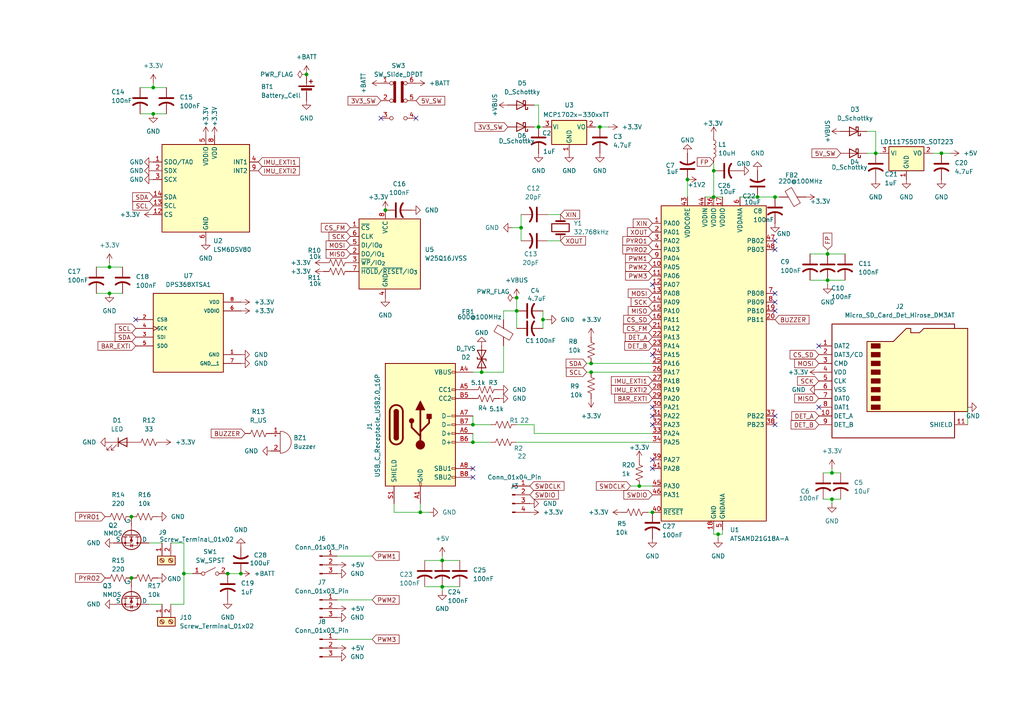
<source format=kicad_sch>
(kicad_sch (version 20250114) (generator "eeschema") (generator_version "9.0")
  (paper "A4")
  (junction (at 69.85 166.37))
  (junction (at 207.01 57.15))
  (junction (at 53.34 166.37))
  (junction (at 66.04 166.37))
  (junction (at 149.86 90.17))
  (junction (at 157.48 92.71))
  (junction (at 31.75 77.47))
  (junction (at 137.16 123.19))
  (junction (at 156.21 36.83))
  (junction (at 207.01 49.53))
  (junction (at 38.1 149.86))
  (junction (at 189.23 148.59))
  (junction (at 224.79 57.15))
  (junction (at 151.13 66.04))
  (junction (at 185.42 140.97))
  (junction (at 44.45 25.4))
  (junction (at 240.03 81.28))
  (junction (at 128.27 162.56))
  (junction (at 241.3 144.78))
  (junction (at 208.28 154.94))
  (junction (at 38.1 167.64))
  (junction (at 31.75 85.09))
  (junction (at 254 44.45))
  (junction (at 273.05 44.45))
  (junction (at 44.45 33.02))
  (junction (at 149.86 86.36))
  (junction (at 199.39 52.07))
  (junction (at 88.9 21.59))
  (junction (at 241.3 137.16))
  (junction (at 111.76 60.96))
  (junction (at 219.71 57.15))
  (junction (at 121.92 148.59))
  (junction (at 171.45 105.41))
  (junction (at 171.45 107.95))
  (junction (at 240.03 73.66))
  (junction (at 139.7 107.95))
  (junction (at 173.99 36.83))
  (junction (at 128.27 170.18))
  (junction (at 137.16 128.27))
  (no_connect (at 237.49 100.33))
  (no_connect (at 189.23 135.89))
  (no_connect (at 39.37 92.71))
  (no_connect (at 224.79 85.09))
  (no_connect (at 189.23 133.35))
  (no_connect (at 137.16 138.43))
  (no_connect (at 224.79 69.85))
  (no_connect (at 189.23 102.87))
  (no_connect (at 224.79 90.17))
  (no_connect (at 224.79 87.63))
  (no_connect (at 189.23 120.65))
  (no_connect (at 189.23 123.19))
  (no_connect (at 189.23 82.55))
  (no_connect (at 120.65 34.29))
  (no_connect (at 224.79 123.19))
  (no_connect (at 224.79 120.65))
  (no_connect (at 237.49 118.11))
  (no_connect (at 110.49 34.29))
  (no_connect (at 189.23 118.11))
  (no_connect (at 137.16 135.89))
  (no_connect (at 224.79 72.39))
  (wire (pts (xy 146.05 90.17) (xy 149.86 90.17)))
  (wire (pts (xy 157.48 92.71) (xy 158.75 92.71)))
  (wire (pts (xy 207.01 46.99) (xy 207.01 49.53)))
  (wire (pts (xy 97.79 161.29) (xy 107.95 161.29)))
  (wire (pts (xy 27.94 77.47) (xy 31.75 77.47)))
  (wire (pts (xy 254 38.1) (xy 254 44.45)))
  (wire (pts (xy 208.28 154.94) (xy 208.28 156.21)))
  (wire (pts (xy 158.75 69.85) (xy 162.56 69.85)))
  (wire (pts (xy 173.99 36.83) (xy 176.53 36.83)))
  (wire (pts (xy 121.92 148.59) (xy 124.46 148.59)))
  (wire (pts (xy 146.05 90.17) (xy 146.05 92.71)))
  (wire (pts (xy 43.18 157.48) (xy 46.99 157.48)))
  (wire (pts (xy 280.67 123.19) (xy 280.67 118.11)))
  (wire (pts (xy 114.3 148.59) (xy 121.92 148.59)))
  (wire (pts (xy 234.95 73.66) (xy 240.03 73.66)))
  (wire (pts (xy 241.3 144.78) (xy 243.84 144.78)))
  (wire (pts (xy 171.45 105.41) (xy 189.23 105.41)))
  (wire (pts (xy 241.3 144.78) (xy 241.3 146.05)))
  (wire (pts (xy 151.13 69.85) (xy 151.13 66.04)))
  (wire (pts (xy 154.94 125.73) (xy 189.23 125.73)))
  (wire (pts (xy 243.84 137.16) (xy 241.3 137.16)))
  (wire (pts (xy 128.27 161.29) (xy 128.27 162.56)))
  (wire (pts (xy 44.45 24.13) (xy 44.45 25.4)))
  (wire (pts (xy 207.01 57.15) (xy 209.55 57.15)))
  (wire (pts (xy 69.85 166.37) (xy 66.04 166.37)))
  (wire (pts (xy 149.86 86.36) (xy 149.86 90.17)))
  (wire (pts (xy 149.86 128.27) (xy 189.23 128.27)))
  (wire (pts (xy 146.05 107.95) (xy 139.7 107.95)))
  (wire (pts (xy 171.45 107.95) (xy 189.23 107.95)))
  (wire (pts (xy 149.86 123.19) (xy 154.94 123.19)))
  (wire (pts (xy 40.64 33.02) (xy 44.45 33.02)))
  (wire (pts (xy 273.05 44.45) (xy 275.59 44.45)))
  (wire (pts (xy 207.01 153.67) (xy 207.01 154.94)))
  (wire (pts (xy 156.21 30.48) (xy 156.21 36.83)))
  (wire (pts (xy 128.27 170.18) (xy 128.27 171.45)))
  (wire (pts (xy 157.48 92.71) (xy 157.48 95.25)))
  (wire (pts (xy 40.64 25.4) (xy 44.45 25.4)))
  (wire (pts (xy 234.95 81.28) (xy 240.03 81.28)))
  (wire (pts (xy 154.94 36.83) (xy 156.21 36.83)))
  (wire (pts (xy 123.19 170.18) (xy 128.27 170.18)))
  (wire (pts (xy 128.27 162.56) (xy 133.35 162.56)))
  (wire (pts (xy 170.18 107.95) (xy 171.45 107.95)))
  (wire (pts (xy 97.79 173.99) (xy 107.95 173.99)))
  (wire (pts (xy 240.03 81.28) (xy 240.03 82.55)))
  (wire (pts (xy 44.45 33.02) (xy 48.26 33.02)))
  (wire (pts (xy 214.63 57.15) (xy 219.71 57.15)))
  (wire (pts (xy 121.92 146.05) (xy 121.92 148.59)))
  (wire (pts (xy 31.75 76.2) (xy 31.75 77.47)))
  (wire (pts (xy 240.03 81.28) (xy 245.11 81.28)))
  (wire (pts (xy 238.76 144.78) (xy 241.3 144.78)))
  (wire (pts (xy 53.34 166.37) (xy 55.88 166.37)))
  (wire (pts (xy 172.72 36.83) (xy 173.99 36.83)))
  (wire (pts (xy 49.53 157.48) (xy 53.34 157.48)))
  (wire (pts (xy 238.76 137.16) (xy 241.3 137.16)))
  (wire (pts (xy 204.47 57.15) (xy 207.01 57.15)))
  (wire (pts (xy 240.03 72.39) (xy 240.03 73.66)))
  (wire (pts (xy 31.75 77.47) (xy 35.56 77.47)))
  (wire (pts (xy 44.45 25.4) (xy 48.26 25.4)))
  (wire (pts (xy 209.55 154.94) (xy 208.28 154.94)))
  (wire (pts (xy 151.13 62.23) (xy 151.13 66.04)))
  (wire (pts (xy 207.01 154.94) (xy 208.28 154.94)))
  (wire (pts (xy 53.34 175.26) (xy 53.34 166.37)))
  (wire (pts (xy 240.03 73.66) (xy 245.11 73.66)))
  (wire (pts (xy 137.16 123.19) (xy 142.24 123.19)))
  (wire (pts (xy 149.86 90.17) (xy 149.86 95.25)))
  (wire (pts (xy 43.18 175.26) (xy 46.99 175.26)))
  (wire (pts (xy 251.46 38.1) (xy 254 38.1)))
  (wire (pts (xy 187.96 148.59) (xy 189.23 148.59)))
  (wire (pts (xy 270.51 44.45) (xy 273.05 44.45)))
  (wire (pts (xy 170.18 105.41) (xy 171.45 105.41)))
  (wire (pts (xy 139.7 107.95) (xy 137.16 107.95)))
  (wire (pts (xy 146.05 100.33) (xy 146.05 107.95)))
  (wire (pts (xy 157.48 90.17) (xy 157.48 92.71)))
  (wire (pts (xy 241.3 137.16) (xy 241.3 135.89)))
  (wire (pts (xy 156.21 36.83) (xy 157.48 36.83)))
  (wire (pts (xy 254 44.45) (xy 255.27 44.45)))
  (wire (pts (xy 114.3 148.59) (xy 114.3 146.05)))
  (wire (pts (xy 199.39 52.07) (xy 199.39 57.15)))
  (wire (pts (xy 107.95 185.42) (xy 97.79 185.42)))
  (wire (pts (xy 182.88 140.97) (xy 185.42 140.97)))
  (wire (pts (xy 137.16 125.73) (xy 137.16 128.27)))
  (wire (pts (xy 27.94 85.09) (xy 31.75 85.09)))
  (wire (pts (xy 31.75 85.09) (xy 35.56 85.09)))
  (wire (pts (xy 156.21 30.48) (xy 154.94 30.48)))
  (wire (pts (xy 224.79 57.15) (xy 226.06 57.15)))
  (wire (pts (xy 53.34 166.37) (xy 53.34 157.48)))
  (wire (pts (xy 185.42 140.97) (xy 189.23 140.97)))
  (wire (pts (xy 151.13 66.04) (xy 148.59 66.04)))
  (wire (pts (xy 209.55 153.67) (xy 209.55 154.94)))
  (wire (pts (xy 158.75 62.23) (xy 162.56 62.23)))
  (wire (pts (xy 137.16 128.27) (xy 142.24 128.27)))
  (wire (pts (xy 154.94 123.19) (xy 154.94 125.73)))
  (wire (pts (xy 251.46 44.45) (xy 254 44.45)))
  (wire (pts (xy 123.19 162.56) (xy 128.27 162.56)))
  (wire (pts (xy 207.01 49.53) (xy 207.01 57.15)))
  (wire (pts (xy 137.16 123.19) (xy 137.16 120.65)))
  (wire (pts (xy 219.71 57.15) (xy 224.79 57.15)))
  (wire (pts (xy 128.27 170.18) (xy 133.35 170.18)))
  (wire (pts (xy 49.53 175.26) (xy 53.34 175.26)))
  (global_label "SDA" (shape input) (at 39.37 97.79 180) (property "Intersheetrefs" "${INTERSHEET_REFS}" (effects (hide yes))))
  (global_label "MOSI" (shape input) (at 189.23 85.09 180) (property "Intersheetrefs" "${INTERSHEET_REFS}" (effects (hide yes))))
  (global_label "IMU_EXTI2" (shape input) (at 189.23 113.03 180) (property "Intersheetrefs" "${INTERSHEET_REFS}" (effects (hide yes))))
  (global_label "SWDIO" (shape input) (at 153.67 143.51 0) (property "Intersheetrefs" "${INTERSHEET_REFS}" (effects (hide yes))))
  (global_label "PWM3" (shape input) (at 189.23 80.01 180) (property "Intersheetrefs" "${INTERSHEET_REFS}" (effects (hide yes))))
  (global_label "CS_SD" (shape input) (at 237.49 102.87 180) (property "Intersheetrefs" "${INTERSHEET_REFS}" (effects (hide yes))))
  (global_label "MOSI" (shape input) (at 237.49 105.41 180) (property "Intersheetrefs" "${INTERSHEET_REFS}" (effects (hide yes))))
  (global_label "IMU_EXTI1" (shape input) (at 74.93 46.99 0) (property "Intersheetrefs" "${INTERSHEET_REFS}" (effects (hide yes))))
  (global_label "CS_FM" (shape input) (at 101.6 66.04 180) (property "Intersheetrefs" "${INTERSHEET_REFS}" (effects (hide yes))))
  (global_label "XIN" (shape input) (at 162.56 62.23 0) (property "Intersheetrefs" "${INTERSHEET_REFS}" (effects (hide yes))))
  (global_label "CS_SD" (shape input) (at 189.23 92.71 180) (property "Intersheetrefs" "${INTERSHEET_REFS}" (effects (hide yes))))
  (global_label "SCL" (shape input) (at 39.37 95.25 180) (property "Intersheetrefs" "${INTERSHEET_REFS}" (effects (hide yes))))
  (global_label "SDA" (shape input) (at 170.18 105.41 180) (property "Intersheetrefs" "${INTERSHEET_REFS}" (effects (hide yes))))
  (global_label "PYRO2" (shape input) (at 189.23 72.39 180) (property "Intersheetrefs" "${INTERSHEET_REFS}" (effects (hide yes))))
  (global_label "PWM1" (shape input) (at 189.23 74.93 180) (property "Intersheetrefs" "${INTERSHEET_REFS}" (effects (hide yes))))
  (global_label "PWM3" (shape input) (at 107.95 185.42 0) (property "Intersheetrefs" "${INTERSHEET_REFS}" (effects (hide yes))))
  (global_label "PYRO1" (shape input) (at 30.48 149.86 180) (property "Intersheetrefs" "${INTERSHEET_REFS}" (effects (hide yes))))
  (global_label "PYRO2" (shape input) (at 30.48 167.64 180) (property "Intersheetrefs" "${INTERSHEET_REFS}" (effects (hide yes))))
  (global_label "MISO" (shape input) (at 101.6 73.66 180) (property "Intersheetrefs" "${INTERSHEET_REFS}" (effects (hide yes))))
  (global_label "SCK" (shape input) (at 101.6 68.58 180) (property "Intersheetrefs" "${INTERSHEET_REFS}" (effects (hide yes))))
  (global_label "5V_SW" (shape input) (at 120.65 29.21 0) (property "Intersheetrefs" "${INTERSHEET_REFS}" (effects (hide yes))))
  (global_label "IMU_EXTI2" (shape input) (at 74.93 49.53 0) (property "Intersheetrefs" "${INTERSHEET_REFS}" (effects (hide yes))))
  (global_label "XIN" (shape input) (at 189.23 64.77 180) (property "Intersheetrefs" "${INTERSHEET_REFS}" (effects (hide yes))))
  (global_label "MOSI" (shape input) (at 101.6 71.12 180) (property "Intersheetrefs" "${INTERSHEET_REFS}" (effects (hide yes))))
  (global_label "IMU_EXTI1" (shape input) (at 189.23 110.49 180) (property "Intersheetrefs" "${INTERSHEET_REFS}" (effects (hide yes))))
  (global_label "SCK" (shape input) (at 237.49 110.49 180) (property "Intersheetrefs" "${INTERSHEET_REFS}" (effects (hide yes))))
  (global_label "FP" (shape input) (at 207.01 46.99 180) (property "Intersheetrefs" "${INTERSHEET_REFS}" (effects (hide yes))))
  (global_label "BAR_EXTI" (shape input) (at 39.37 100.33 180) (property "Intersheetrefs" "${INTERSHEET_REFS}" (effects (hide yes))))
  (global_label "FP" (shape input) (at 240.03 72.39 90) (property "Intersheetrefs" "${INTERSHEET_REFS}" (effects (hide yes))))
  (global_label "SWDCLK" (shape input) (at 153.67 140.97 0) (property "Intersheetrefs" "${INTERSHEET_REFS}" (effects (hide yes))))
  (global_label "XOUT" (shape input) (at 189.23 67.31 180) (property "Intersheetrefs" "${INTERSHEET_REFS}" (effects (hide yes))))
  (global_label "DET_B" (shape input) (at 237.49 123.19 180) (property "Intersheetrefs" "${INTERSHEET_REFS}" (effects (hide yes))))
  (global_label "BUZZER" (shape input) (at 224.79 92.71 0) (property "Intersheetrefs" "${INTERSHEET_REFS}" (effects (hide yes))))
  (global_label "PWM1" (shape input) (at 107.95 161.29 0) (property "Intersheetrefs" "${INTERSHEET_REFS}" (effects (hide yes))))
  (global_label "SDA" (shape input) (at 44.45 57.15 180) (property "Intersheetrefs" "${INTERSHEET_REFS}" (effects (hide yes))))
  (global_label "DET_A" (shape input) (at 189.23 97.79 180) (property "Intersheetrefs" "${INTERSHEET_REFS}" (effects (hide yes))))
  (global_label "BAR_EXTI" (shape input) (at 189.23 115.57 180) (property "Intersheetrefs" "${INTERSHEET_REFS}" (effects (hide yes))))
  (global_label "SWDIO" (shape input) (at 189.23 143.51 180) (property "Intersheetrefs" "${INTERSHEET_REFS}" (effects (hide yes))))
  (global_label "3V3_SW" (shape input) (at 147.32 36.83 180) (property "Intersheetrefs" "${INTERSHEET_REFS}" (effects (hide yes))))
  (global_label "SCL" (shape input) (at 44.45 59.69 180) (property "Intersheetrefs" "${INTERSHEET_REFS}" (effects (hide yes))))
  (global_label "DET_A" (shape input) (at 237.49 120.65 180) (property "Intersheetrefs" "${INTERSHEET_REFS}" (effects (hide yes))))
  (global_label "PYRO1" (shape input) (at 189.23 69.85 180) (property "Intersheetrefs" "${INTERSHEET_REFS}" (effects (hide yes))))
  (global_label "SCK" (shape input) (at 189.23 87.63 180) (property "Intersheetrefs" "${INTERSHEET_REFS}" (effects (hide yes))))
  (global_label "5V_SW" (shape input) (at 243.84 44.45 180) (property "Intersheetrefs" "${INTERSHEET_REFS}" (effects (hide yes))))
  (global_label "CS_FM" (shape input) (at 189.23 95.25 180) (property "Intersheetrefs" "${INTERSHEET_REFS}" (effects (hide yes))))
  (global_label "MISO" (shape input) (at 237.49 115.57 180) (property "Intersheetrefs" "${INTERSHEET_REFS}" (effects (hide yes))))
  (global_label "PWM2" (shape input) (at 107.95 173.99 0) (property "Intersheetrefs" "${INTERSHEET_REFS}" (effects (hide yes))))
  (global_label "3V3_SW" (shape input) (at 110.49 29.21 180) (property "Intersheetrefs" "${INTERSHEET_REFS}" (effects (hide yes))))
  (global_label "BUZZER" (shape input) (at 71.12 125.73 180) (property "Intersheetrefs" "${INTERSHEET_REFS}" (effects (hide yes))))
  (global_label "XOUT" (shape input) (at 162.56 69.85 0) (property "Intersheetrefs" "${INTERSHEET_REFS}" (effects (hide yes))))
  (global_label "PWM2" (shape input) (at 189.23 77.47 180) (property "Intersheetrefs" "${INTERSHEET_REFS}" (effects (hide yes))))
  (global_label "DET_B" (shape input) (at 189.23 100.33 180) (property "Intersheetrefs" "${INTERSHEET_REFS}" (effects (hide yes))))
  (global_label "SWDCLK" (shape input) (at 182.88 140.97 180) (property "Intersheetrefs" "${INTERSHEET_REFS}" (effects (hide yes))))
  (global_label "MISO" (shape input) (at 189.23 90.17 180) (property "Intersheetrefs" "${INTERSHEET_REFS}" (effects (hide yes))))
  (global_label "SCL" (shape input) (at 170.18 107.95 180) (property "Intersheetrefs" "${INTERSHEET_REFS}" (effects (hide yes))))
  (symbol (lib_id "power:+5V") (at 149.86 86.36 0) (unit 1)
    (property "Reference" "#PWR06" (effects (hide yes)))
    (property "Value" "+VBUS" (at 149.86 81.28 0))
    (property "Description" "Power symbol creates a global label with name \"+5V\"" (effects (hide yes)))
  )
  (symbol (lib_id "Device:D_Schottky") (at 247.65 44.45 180) (unit 1)
    (property "Reference" "D4" (at 247.904 46.99 0))
    (property "Value" "D_Schottky" (at 246.38 48.514 0))
    (property "Footprint" "Diode_SMD:D_SOD-123" (effects (hide yes)))
    (property "Description" "Schottky diode" (effects (hide yes)))
  )
  (symbol (lib_id "power:GND") (at 262.89 52.07 0) (unit 1)
    (property "Reference" "#PWR063" (effects (hide yes)))
    (property "Value" "GND" (at 262.89 57.15 0))
    (property "Description" "Power symbol creates a global label with name \"GND\" , ground" (effects (hide yes)))
  )
  (symbol (lib_id "power:GND") (at 78.74 130.81 270) (unit 1)
    (property "Reference" "#PWR053" (effects (hide yes)))
    (property "Value" "GND" (at 74.93 130.8099 90) (effects (justify right)))
    (property "Description" "Power symbol creates a global label with name \"GND\" , ground" (effects (hide yes)))
  )
  (symbol (lib_id "Device:R_US") (at 74.93 125.73 90) (unit 1)
    (property "Reference" "R13" (at 74.93 119.38 90))
    (property "Value" "R_US" (at 74.93 121.92 90))
    (property "Footprint" "Resistor_SMD:R_0603_1608Metric" (effects (hide yes)))
    (property "Description" "Resistor, US symbol" (effects (hide yes)))
  )
  (symbol (lib_id "power:GND") (at 97.79 179.07 90) (unit 1)
    (property "Reference" "#PWR061" (effects (hide yes)))
    (property "Value" "GND" (at 101.6 179.0699 90) (effects (justify right)))
    (property "Description" "Power symbol creates a global label with name \"GND\" , ground" (effects (hide yes)))
  )
  (symbol (lib_id "power:GND") (at 214.63 49.53 90) (unit 1)
    (property "Reference" "#PWR077" (effects (hide yes)))
    (property "Value" "GND" (at 213.614 47.498 90) (effects (justify right)))
    (property "Description" "Power symbol creates a global label with name \"GND\" , ground" (effects (hide yes)))
  )
  (symbol (lib_id "power:+3.3V") (at 185.42 133.35 0) (unit 1)
    (property "Reference" "#PWR079" (effects (hide yes)))
    (property "Value" "+3.3V" (at 185.42 129.794 0))
    (property "Description" "Power symbol creates a global label with name \"+3.3V\"" (effects (hide yes)))
  )
  (symbol (lib_id "power:GND") (at 153.67 146.05 90) (unit 1)
    (property "Reference" "#PWR025" (effects (hide yes)))
    (property "Value" "GND" (at 157.48 146.0499 90) (effects (justify right)))
    (property "Description" "Power symbol creates a global label with name \"GND\" , ground" (effects (hide yes)))
  )
  (symbol (lib_id "Connector:Conn_01x03_Pin") (at 92.71 176.53 0) (unit 1)
    (property "Reference" "J7" (at 93.345 168.91 0))
    (property "Value" "Conn_01x03_Pin" (at 93.345 171.45 0))
    (property "Footprint" "Connector_PinHeader_2.54mm:PinHeader_1x03_P2.54mm_Vertical" (effects (hide yes)))
    (property "Description" "Generic connector, single row, 01x03, script generated" (effects (hide yes)))
  )
  (symbol (lib_id "Connector:Conn_01x04_Pin") (at 148.59 143.51 0) (unit 1)
    (property "Reference" "J3" (at 149.225 140.97 0))
    (property "Value" "Conn_01x04_Pin" (at 149.225 138.43 0))
    (property "Footprint" "Connector_PinHeader_2.54mm:PinHeader_1x04_P2.54mm_Vertical" (effects (hide yes)))
    (property "Description" "Generic connector, single row, 01x04, script generated" (effects (hide yes)))
  )
  (symbol (lib_id "power:GND") (at 273.05 52.07 0) (unit 1)
    (property "Reference" "#PWR065" (effects (hide yes)))
    (property "Value" "GND" (at 273.05 57.15 0))
    (property "Description" "Power symbol creates a global label with name \"GND\" , ground" (effects (hide yes)))
  )
  (symbol (lib_id "Regulator_Linear:MCP1700x-330xxTT") (at 165.1 36.83 0) (unit 1)
    (property "Reference" "U3" (at 165.1 30.48 0))
    (property "Value" "MCP1702x-330xxTT" (at 167.132 33.274 0))
    (property "Footprint" "Package_TO_SOT_SMD:SOT-23" (effects (hide yes)))
    (property "Datasheet" "http://ww1.microchip.com/downloads/en/DeviceDoc/20001826D.pdf" (effects (hide yes)))
    (property "Description" "250mA Low Quiscent Current LDO, 3.3V output, SOT-23" (effects (hide yes)))
  )
  (symbol (lib_id "power:+3.3V") (at 44.45 62.23 90) (unit 1)
    (property "Reference" "#PWR040" (effects (hide yes)))
    (property "Value" "+3.3V" (at 40.64 62.2299 90) (effects (justify left)))
    (property "Description" "Power symbol creates a global label with name \"+3.3V\"" (effects (hide yes)))
  )
  (symbol (lib_id "Device:R_US") (at 34.29 167.64 90) (unit 1)
    (property "Reference" "R15" (at 34.29 162.56 90))
    (property "Value" "220" (at 34.29 165.1 90))
    (property "Footprint" "Resistor_SMD:R_0603_1608Metric" (effects (hide yes)))
    (property "Description" "Resistor, US symbol" (effects (hide yes)))
  )
  (symbol (lib_id "power:+5V") (at 128.27 161.29 0) (unit 1)
    (property "Reference" "#PWR072" (effects (hide yes)))
    (property "Value" "+5V" (at 128.27 156.21 0))
    (property "Description" "Power symbol creates a global label with name \"+5V\"" (effects (hide yes)))
  )
  (symbol (lib_id "power:GND") (at 69.85 102.87 90) (unit 1)
    (property "Reference" "#PWR041" (effects (hide yes)))
    (property "Value" "GND" (at 73.66 102.8699 90) (effects (justify right)))
    (property "Description" "Power symbol creates a global label with name \"GND\" , ground" (effects (hide yes)))
  )
  (symbol (lib_id "Switch:SW_SPST") (at 60.96 166.37 0) (unit 1)
    (property "Reference" "SW1" (at 60.96 160.02 0))
    (property "Value" "SW_SPST" (at 60.96 162.56 0))
    (property "Footprint" "TerminalBlock_4Ucon:TerminalBlock_4Ucon_1x02_P3.50mm_Vertical" (effects (hide yes)))
    (property "Description" "Single Pole Single Throw (SPST) switch" (effects (hide yes)))
  )
  (symbol (lib_id "power:GND") (at 45.72 149.86 90) (unit 1)
    (property "Reference" "#PWR057" (effects (hide yes)))
    (property "Value" "GND" (at 49.53 149.8599 90) (effects (justify right)))
    (property "Description" "Power symbol creates a global label with name \"GND\" , ground" (effects (hide yes)))
  )
  (symbol (lib_id "Device:C_US") (at 189.23 152.4 0) (unit 1)
    (property "Reference" "C27" (at 192.024 152.654 0) (effects (justify left)))
    (property "Value" "100nF" (at 192.024 155.194 0) (effects (justify left)))
    (property "Footprint" "Capacitor_SMD:C_0603_1608Metric" (effects (hide yes)))
    (property "Description" "capacitor, US symbol" (effects (hide yes)))
  )
  (symbol (lib_id "Device:D_Schottky") (at 247.65 38.1 180) (unit 1)
    (property "Reference" "D3" (at 247.9675 31.75 0))
    (property "Value" "D_Schottky" (at 247.9675 34.29 0))
    (property "Footprint" "Diode_SMD:D_SOD-123" (effects (hide yes)))
    (property "Description" "Schottky diode" (effects (hide yes)))
  )
  (symbol (lib_id "power:GND") (at 254 52.07 0) (unit 1)
    (property "Reference" "#PWR066" (effects (hide yes)))
    (property "Value" "GND" (at 254 57.15 0))
    (property "Description" "Power symbol creates a global label with name \"GND\" , ground" (effects (hide yes)))
  )
  (symbol (lib_id "power:GND") (at 119.38 60.96 90) (unit 1)
    (property "Reference" "#PWR049" (effects (hide yes)))
    (property "Value" "GND" (at 123.19 60.9599 90) (effects (justify right)))
    (property "Description" "Power symbol creates a global label with name \"GND\" , ground" (effects (hide yes)))
  )
  (symbol (lib_id "power:PWR_FLAG") (at 88.9 21.59 90) (unit 1)
    (property "Reference" "#FLG01" (effects (hide yes)))
    (property "Value" "PWR_FLAG" (at 85.09 21.5899 90) (effects (justify left)))
    (property "Description" "Special symbol for telling ERC where power comes from" (effects (hide yes)))
  )
  (symbol (lib_id "power:+3.3V") (at 153.67 148.59 270) (unit 1)
    (property "Reference" "#PWR026" (effects (hide yes)))
    (property "Value" "+3.3V" (at 157.48 148.5899 90) (effects (justify left)))
    (property "Description" "Power symbol creates a global label with name \"+3.3V\"" (effects (hide yes)))
  )
  (symbol (lib_id "power:GND") (at 237.49 113.03 270) (mirror x) (unit 1)
    (property "Reference" "#PWR03" (effects (hide yes)))
    (property "Value" "GND" (at 233.68 113.0299 90) (effects (justify right)))
    (property "Description" "Power symbol creates a global label with name \"GND\" , ground" (effects (hide yes)))
  )
  (symbol (lib_id "MCU_Microchip_SAMD:ATSAMD21G18A-A") (at 207.01 105.41 0) (unit 1)
    (property "Reference" "U1" (at 211.6933 153.67 0) (effects (justify left)))
    (property "Value" "ATSAMD21G18A-A" (at 211.6933 156.21 0) (effects (justify left)))
    (property "Footprint" "Package_QFP:TQFP-48_7x7mm_P0.5mm" (effects (hide yes)))
    (property "Datasheet" "http://ww1.microchip.com/downloads/en/DeviceDoc/SAM_D21_DA1_Family_Data%20Sheet_DS40001882E.pdf" (effects (hide yes)))
    (property "Description" "SAM D21 Microchip SMART ARM-based Flash MCU, 48Mhz, 256K Flash, 32K SRAM, TQFP-48" (effects (hide yes)))
  )
  (symbol (lib_id "power:GND") (at 208.28 156.21 0) (unit 1)
    (property "Reference" "#PWR018" (effects (hide yes)))
    (property "Value" "GND" (at 208.28 161.29 0))
    (property "Description" "Power symbol creates a global label with name \"GND\" , ground" (effects (hide yes)))
  )
  (symbol (lib_id "Device:C_US") (at 153.67 90.17 90) (unit 1)
    (property "Reference" "C4" (at 155.194 84.328 90))
    (property "Value" "4.7uF" (at 155.702 86.614 90))
    (property "Footprint" "Capacitor_SMD:C_0603_1608Metric" (effects (hide yes)))
    (property "Description" "capacitor, US symbol" (effects (hide yes)))
  )
  (symbol (lib_id "power:GND") (at 44.45 46.99 270) (unit 1)
    (property "Reference" "#PWR039" (effects (hide yes)))
    (property "Value" "GND" (at 41.656 46.99 90) (effects (justify right)))
    (property "Description" "Power symbol creates a global label with name \"GND\" , ground" (effects (hide yes)))
  )
  (symbol (lib_id "power:+BATT") (at 69.85 166.37 270) (unit 1)
    (property "Reference" "#PWR056" (effects (hide yes)))
    (property "Value" "+BATT" (at 73.66 166.3699 90) (effects (justify left)))
    (property "Description" "Power symbol creates a global label with name \"+BATT\"" (effects (hide yes)))
  )
  (symbol (lib_id "power:+BATT") (at 88.9 21.59 0) (unit 1)
    (property "Reference" "#PWR01" (effects (hide yes)))
    (property "Value" "+BATT" (at 88.9 16.51 0))
    (property "Description" "Power symbol creates a global label with name \"+BATT\"" (effects (hide yes)))
  )
  (symbol (lib_id "Device:C_US") (at 128.27 166.37 0) (unit 1)
    (property "Reference" "C24" (at 129.794 171.704 0) (effects (justify left)))
    (property "Value" "100nF" (at 129.794 174.244 0) (effects (justify left)))
    (property "Footprint" "Capacitor_SMD:C_0603_1608Metric" (effects (hide yes)))
    (property "Description" "capacitor, US symbol" (effects (hide yes)))
  )
  (symbol (lib_id "Device:L") (at 207.01 43.18 0) (unit 1)
    (property "Reference" "L1" (at 208.28 41.9099 0) (effects (justify left)))
    (property "Value" "10uH" (at 208.28 44.4499 0) (effects (justify left)))
    (property "Footprint" "Inductor_SMD:L_1812_4532Metric_Pad1.30x3.40mm_HandSolder" (effects (hide yes)))
    (property "Description" "Inductor" (effects (hide yes)))
  )
  (symbol (lib_id "power:GND") (at 241.3 146.05 0) (unit 1)
    (property "Reference" "#PWR013" (effects (hide yes)))
    (property "Value" "GND" (at 241.3 151.13 0))
    (property "Description" "Power symbol creates a global label with name \"GND\" , ground" (effects (hide yes)))
  )
  (symbol (lib_id "power:GND") (at 97.79 166.37 90) (unit 1)
    (property "Reference" "#PWR060" (effects (hide yes)))
    (property "Value" "GND" (at 101.6 166.3699 90) (effects (justify right)))
    (property "Description" "Power symbol creates a global label with name \"GND\" , ground" (effects (hide yes)))
  )
  (symbol (lib_id "power:GND") (at 66.04 173.99 0) (unit 1)
    (property "Reference" "#PWR059" (effects (hide yes)))
    (property "Value" "GND" (at 66.04 179.07 0))
    (property "Description" "Power symbol creates a global label with name \"GND\" , ground" (effects (hide yes)))
  )
  (symbol (lib_id "Device:C_US") (at 243.84 140.97 0) (unit 1)
    (property "Reference" "C5" (at 247.65 139.9539 0) (effects (justify left)))
    (property "Value" "10uF" (at 247.65 142.4939 0) (effects (justify left)))
    (property "Footprint" "Capacitor_SMD:C_0603_1608Metric" (effects (hide yes)))
    (property "Description" "capacitor, US symbol" (effects (hide yes)))
  )
  (symbol (lib_id "Device:C_US") (at 234.95 77.47 0) (unit 1)
    (property "Reference" "C9" (at 226.314 75.946 0) (effects (justify left)))
    (property "Value" "100nF" (at 226.314 78.486 0) (effects (justify left)))
    (property "Footprint" "Capacitor_SMD:C_0603_1608Metric" (effects (hide yes)))
    (property "Description" "capacitor, US symbol" (effects (hide yes)))
  )
  (symbol (lib_id "Device:R_US") (at 184.15 148.59 90) (unit 1)
    (property "Reference" "R5" (at 180.34 151.892 90))
    (property "Value" "10k" (at 180.34 154.432 90))
    (property "Footprint" "Resistor_SMD:R_0603_1608Metric" (effects (hide yes)))
    (property "Description" "Resistor, US symbol" (effects (hide yes)))
  )
  (symbol (lib_id "power:+BATT") (at 110.49 24.13 90) (mirror x) (unit 1)
    (property "Reference" "#PWR027" (effects (hide yes)))
    (property "Value" "+BATT" (at 105.41 24.13 0))
    (property "Description" "Power symbol creates a global label with name \"+BATT\"" (effects (hide yes)))
  )
  (symbol (lib_id "Regulator_Linear:LD1117S50TR_SOT223") (at 262.89 44.45 0) (unit 1)
    (property "Reference" "U6" (effects (hide yes)))
    (property "Value" "LD1117S50TR_SOT223" (at 265.938 41.148 0))
    (property "Footprint" "Package_TO_SOT_SMD:SOT-223-3_TabPin2" (effects (hide yes)))
    (property "Datasheet" "http://www.st.com/st-web-ui/static/active/en/resource/technical/document/datasheet/CD00000544.pdf" (effects (hide yes)))
    (property "Description" "800mA Fixed Low Drop Positive Voltage Regulator, Fixed Output 5.0V, SOT-223" (effects (hide yes)))
  )
  (symbol (lib_id "power:GND") (at 97.79 190.5 90) (unit 1)
    (property "Reference" "#PWR062" (effects (hide yes)))
    (property "Value" "GND" (at 101.6 190.4999 90) (effects (justify right)))
    (property "Description" "Power symbol creates a global label with name \"GND\" , ground" (effects (hide yes)))
  )
  (symbol (lib_id "Device:R_US") (at 41.91 149.86 90) (unit 1)
    (property "Reference" "R16" (at 41.91 143.51 90))
    (property "Value" "10k" (at 41.91 146.05 90))
    (property "Footprint" "Resistor_SMD:R_0603_1608Metric" (effects (hide yes)))
    (property "Description" "Resistor, US symbol" (effects (hide yes)))
  )
  (symbol (lib_id "Device:C_US") (at 156.21 40.64 0) (unit 1)
    (property "Reference" "C2" (at 157.226 38.608 0) (effects (justify left)))
    (property "Value" "1uF" (at 157.48 43.942 0) (effects (justify left)))
    (property "Footprint" "Capacitor_SMD:C_0603_1608Metric" (effects (hide yes)))
    (property "Description" "capacitor, US symbol" (effects (hide yes)))
  )
  (symbol (lib_id "Device:C_US") (at 224.79 60.96 0) (unit 1)
    (property "Reference" "C8" (at 218.44 61.214 0) (effects (justify left)))
    (property "Value" "100nF" (at 218.44 63.754 0) (effects (justify left)))
    (property "Footprint" "Capacitor_SMD:C_0603_1608Metric" (effects (hide yes)))
    (property "Description" "capacitor, US symbol" (effects (hide yes)))
  )
  (symbol (lib_id "Device:LED") (at 35.56 128.27 0) (unit 1)
    (property "Reference" "D1" (at 33.9725 121.92 0))
    (property "Value" "LED" (at 33.9725 124.46 0))
    (property "Footprint" "LED_SMD:LED_0805_2012Metric" (effects (hide yes)))
    (property "Description" "Light emitting diode" (effects (hide yes)))
    (property "Sim.Pins" "1=K 2=A" (effects (hide yes)))
  )
  (symbol (lib_id "power:GND") (at 165.1 44.45 0) (unit 1)
    (property "Reference" "#PWR09" (effects (hide yes)))
    (property "Value" "GND" (at 165.1 49.53 0))
    (property "Description" "Power symbol creates a global label with name \"GND\" , ground" (effects (hide yes)))
  )
  (symbol (lib_id "Device:R_US") (at 146.05 123.19 90) (unit 1)
    (property "Reference" "R1" (at 149.098 121.92 90))
    (property "Value" "22" (at 152.146 121.92 90))
    (property "Footprint" "Resistor_SMD:R_0603_1608Metric" (effects (hide yes)))
    (property "Description" "Resistor, US symbol" (effects (hide yes)))
  )
  (symbol (lib_id "Connector:Screw_Terminal_01x02") (at 46.99 180.34 90) (mirror x) (unit 1)
    (property "Reference" "J10" (at 52.07 179.0699 90) (effects (justify right)))
    (property "Value" "Screw_Terminal_01x02" (at 52.07 181.6099 90) (effects (justify right)))
    (property "Footprint" "TerminalBlock_MetzConnect:TerminalBlock_MetzConnect_Type055_RT01502HDWU_1x02_P5.00mm_Horizontal" (effects (hide yes)))
    (property "Description" "Generic screw terminal, single row, 01x02, script generated (kicad-library-utils/schlib/autogen/connector/)" (effects (hide yes)))
  )
  (symbol (lib_id "power:GND") (at 156.21 44.45 0) (unit 1)
    (property "Reference" "#PWR011" (effects (hide yes)))
    (property "Value" "GND" (at 156.21 49.53 0))
    (property "Description" "Power symbol creates a global label with name \"GND\" , ground" (effects (hide yes)))
  )
  (symbol (lib_id "power:+5V") (at 97.79 187.96 270) (unit 1)
    (property "Reference" "#PWR071" (effects (hide yes)))
    (property "Value" "+5V" (at 101.6 187.9599 90) (effects (justify left)))
    (property "Description" "Power symbol creates a global label with name \"+5V\"" (effects (hide yes)))
  )
  (symbol (lib_id "Connector:Conn_01x03_Pin") (at 92.71 187.96 0) (unit 1)
    (property "Reference" "J8" (at 93.345 180.34 0))
    (property "Value" "Conn_01x03_Pin" (at 93.345 182.88 0))
    (property "Footprint" "Connector_PinHeader_2.54mm:PinHeader_1x03_P2.54mm_Vertical" (effects (hide yes)))
    (property "Description" "Generic connector, single row, 01x03, script generated" (effects (hide yes)))
  )
  (symbol (lib_id "Device:C_US") (at 66.04 170.18 0) (unit 1)
    (property "Reference" "C19" (at 69.85 169.1639 0) (effects (justify left)))
    (property "Value" "1uF" (at 69.85 171.7039 0) (effects (justify left)))
    (property "Footprint" "Capacitor_SMD:C_0603_1608Metric" (effects (hide yes)))
    (property "Description" "capacitor, US symbol" (effects (hide yes)))
  )
  (symbol (lib_id "power:GND") (at 44.45 33.02 0) (unit 1)
    (property "Reference" "#PWR032" (effects (hide yes)))
    (property "Value" "GND" (at 44.45 38.1 0))
    (property "Description" "Power symbol creates a global label with name \"GND\" , ground" (effects (hide yes)))
  )
  (symbol (lib_id "Device:D_TVS") (at 139.7 104.14 90) (unit 1)
    (property "Reference" "D2" (at 135.128 103.632 90))
    (property "Value" "D_TVS" (at 135.128 101.092 90))
    (property "Footprint" "Diode_SMD:D_SOD-323_HandSoldering" (effects (hide yes)))
    (property "Description" "Bidirectional transient-voltage-suppression diode" (effects (hide yes)))
  )
  (symbol (lib_id "power:GND") (at 189.23 156.21 0) (unit 1)
    (property "Reference" "#PWR078" (effects (hide yes)))
    (property "Value" "GND" (at 189.23 161.29 0))
    (property "Description" "Power symbol creates a global label with name \"GND\" , ground" (effects (hide yes)))
  )
  (symbol (lib_id "power:GND") (at 148.59 66.04 270) (unit 1)
    (property "Reference" "#PWR024" (effects (hide yes)))
    (property "Value" "GND" (at 144.78 66.0399 90) (effects (justify right)))
    (property "Description" "Power symbol creates a global label with name \"GND\" , ground" (effects (hide yes)))
  )
  (symbol (lib_id "power:GND") (at 111.76 86.36 0) (unit 1)
    (property "Reference" "#PWR045" (effects (hide yes)))
    (property "Value" "GND" (at 111.76 91.44 0))
    (property "Description" "Power symbol creates a global label with name \"GND\" , ground" (effects (hide yes)))
  )
  (symbol (lib_id "power:GND") (at 199.39 44.45 0) (mirror x) (unit 1)
    (property "Reference" "#PWR020" (effects (hide yes)))
    (property "Value" "GND" (at 199.39 40.64 0))
    (property "Description" "Power symbol creates a global label with name \"GND\" , ground" (effects (hide yes)))
  )
  (symbol (lib_id "power:GND") (at 69.85 158.75 0) (mirror x) (unit 1)
    (property "Reference" "#PWR082" (effects (hide yes)))
    (property "Value" "GND" (at 69.85 153.67 0))
    (property "Description" "Power symbol creates a global label with name \"GND\" , ground" (effects (hide yes)))
  )
  (symbol (lib_id "power:GND") (at 144.78 115.57 90) (unit 1)
    (property "Reference" "#PWR05" (effects (hide yes)))
    (property "Value" "GND" (at 148.59 115.5699 90) (effects (justify right)))
    (property "Description" "Power symbol creates a global label with name \"GND\" , ground" (effects (hide yes)))
  )
  (symbol (lib_id "Device:R_US") (at 140.97 113.03 90) (unit 1)
    (property "Reference" "R3" (at 143.002 110.998 90))
    (property "Value" "5.1k" (at 138.684 110.998 90))
    (property "Footprint" "Resistor_SMD:R_0603_1608Metric" (effects (hide yes)))
    (property "Description" "Resistor, US symbol" (effects (hide yes)))
  )
  (symbol (lib_id "power:+3.3V") (at 176.53 36.83 270) (unit 1)
    (property "Reference" "#PWR012" (effects (hide yes)))
    (property "Value" "+3.3V" (at 180.34 36.8299 90) (effects (justify left)))
    (property "Description" "Power symbol creates a global label with name \"+3.3V\"" (effects (hide yes)))
  )
  (symbol (lib_id "power:+3.3V") (at 93.98 78.74 90) (unit 1)
    (property "Reference" "#PWR048" (effects (hide yes)))
    (property "Value" "+3.3V" (at 90.17 78.7399 90) (effects (justify left)))
    (property "Description" "Power symbol creates a global label with name \"+3.3V\"" (effects (hide yes)))
  )
  (symbol (lib_id "Device:C_US") (at 115.57 60.96 90) (unit 1)
    (property "Reference" "C16" (at 115.824 53.34 90))
    (property "Value" "100nF" (at 115.824 55.88 90))
    (property "Footprint" "Capacitor_SMD:C_0603_1608Metric" (effects (hide yes)))
    (property "Description" "capacitor, US symbol" (effects (hide yes)))
  )
  (symbol (lib_id "power:GND") (at 280.67 118.11 90) (unit 1)
    (property "Reference" "#PWR017" (effects (hide yes)))
    (property "Value" "GND" (at 280.162 120.65 90) (effects (justify right)))
    (property "Description" "Power symbol creates a global label with name \"GND\" , ground" (effects (hide yes)))
  )
  (symbol (lib_id "power:GND") (at 158.75 92.71 90) (unit 1)
    (property "Reference" "#PWR07" (effects (hide yes)))
    (property "Value" "GND" (at 162.56 92.7099 90) (effects (justify right)))
    (property "Description" "Power symbol creates a global label with name \"GND\" , ground" (effects (hide yes)))
  )
  (symbol (lib_id "power:+3.3V") (at 44.45 24.13 0) (unit 1)
    (property "Reference" "#PWR036" (effects (hide yes)))
    (property "Value" "+3.3V" (at 44.45 19.05 0))
    (property "Description" "Power symbol creates a global label with name \"+3.3V\"" (effects (hide yes)))
  )
  (symbol (lib_id "power:GND") (at 124.46 148.59 90) (unit 1)
    (property "Reference" "#PWR08" (effects (hide yes)))
    (property "Value" "GND" (at 128.27 148.5899 90) (effects (justify right)))
    (property "Description" "Power symbol creates a global label with name \"GND\" , ground" (effects (hide yes)))
  )
  (symbol (lib_id "power:GND") (at 44.45 52.07 270) (unit 1)
    (property "Reference" "#PWR038" (effects (hide yes)))
    (property "Value" "GND" (at 41.656 52.07 90) (effects (justify right)))
    (property "Description" "Power symbol creates a global label with name \"GND\" , ground" (effects (hide yes)))
  )
  (symbol (lib_id "power:+3.3V") (at 180.34 148.59 90) (unit 1)
    (property "Reference" "#PWR023" (effects (hide yes)))
    (property "Value" "+3.3V" (at 176.53 148.5899 90) (effects (justify left)))
    (property "Description" "Power symbol creates a global label with name \"+3.3V\"" (effects (hide yes)))
  )
  (symbol (lib_id "power:GND") (at 33.02 175.26 270) (unit 1)
    (property "Reference" "#PWR054" (effects (hide yes)))
    (property "Value" "GND" (at 29.21 175.2599 90) (effects (justify right)))
    (property "Description" "Power symbol creates a global label with name \"GND\" , ground" (effects (hide yes)))
  )
  (symbol (lib_id "Device:FerriteBead") (at 146.05 96.52 0) (unit 1)
    (property "Reference" "FB1" (at 137.668 90.424 0) (effects (justify right)))
    (property "Value" "600@100MHz" (at 145.542 91.948 0) (effects (justify right)))
    (property "Footprint" "Inductor_SMD:L_0603_1608Metric_Pad1.05x0.95mm_HandSolder" (effects (hide yes)))
    (property "Description" "Ferrite bead" (effects (hide yes)))
  )
  (symbol (lib_id "power:+3.3V") (at 62.23 39.37 0) (unit 1)
    (property "Reference" "#PWR034" (effects (hide yes)))
    (property "Value" "+3.3V" (at 62.23 33.782 90))
    (property "Description" "Power symbol creates a global label with name \"+3.3V\"" (effects (hide yes)))
  )
  (symbol (lib_id "Device:Crystal") (at 162.56 66.04 90) (unit 1)
    (property "Reference" "Y1" (at 166.37 64.7699 90) (effects (justify right)))
    (property "Value" "32.768kHz" (at 166.37 67.3099 90) (effects (justify right)))
    (property "Footprint" "Crystal:Crystal_SMD_MicroCrystal_CC7V-T1A-2Pin_3.2x1.5mm_HandSoldering" (effects (hide yes)))
    (property "Description" "Two pin crystal" (effects (hide yes)))
  )
  (symbol (lib_id "Device:C_US") (at 69.85 162.56 0) (mirror x) (unit 1)
    (property "Reference" "C28" (at 77.47 161.036 0) (effects (justify right)))
    (property "Value" "100uF" (at 78.486 163.322 0) (effects (justify right)))
    (property "Footprint" "Capacitor_SMD:C_0603_1608Metric" (effects (hide yes)))
    (property "Description" "capacitor, US symbol" (effects (hide yes)))
  )
  (symbol (lib_id "Device:C_US") (at 35.56 81.28 0) (unit 1)
    (property "Reference" "C18" (at 39.37 80.2639 0) (effects (justify left)))
    (property "Value" "100nF" (at 39.37 82.8039 0) (effects (justify left)))
    (property "Footprint" "Capacitor_SMD:C_0603_1608Metric" (effects (hide yes)))
    (property "Description" "capacitor, US symbol" (effects (hide yes)))
  )
  (symbol (lib_id "Device:C_US") (at 210.82 49.53 90) (unit 1)
    (property "Reference" "C26" (at 210.058 53.848 90))
    (property "Value" "10uF" (at 211.074 55.626 90))
    (property "Footprint" "Capacitor_SMD:C_0603_1608Metric" (effects (hide yes)))
    (property "Description" "capacitor, US symbol" (effects (hide yes)))
  )
  (symbol (lib_id "Device:R_US") (at 97.79 76.2 90) (unit 1)
    (property "Reference" "R10" (at 91.186 72.644 90))
    (property "Value" "10k" (at 91.44 74.422 90))
    (property "Footprint" "Resistor_SMD:R_0603_1608Metric" (effects (hide yes)))
    (property "Description" "Resistor, US symbol" (effects (hide yes)))
  )
  (symbol (lib_id "power:GND") (at 173.99 44.45 0) (unit 1)
    (property "Reference" "#PWR010" (effects (hide yes)))
    (property "Value" "GND" (at 173.99 49.53 0))
    (property "Description" "Power symbol creates a global label with name \"GND\" , ground" (effects (hide yes)))
  )
  (symbol (lib_id "power:+3.3V") (at 46.99 128.27 270) (unit 1)
    (property "Reference" "#PWR084" (effects (hide yes)))
    (property "Value" "+3.3V" (at 50.8 128.2699 90) (effects (justify left)))
    (property "Description" "Power symbol creates a global label with name \"+3.3V\"" (effects (hide yes)))
  )
  (symbol (lib_id "Device:Battery_Cell") (at 88.9 26.67 0) (unit 1)
    (property "Reference" "BT1" (at 75.692 25.146 0) (effects (justify left)))
    (property "Value" "Battery_Cell" (at 75.692 27.686 0) (effects (justify left)))
    (property "Footprint" "TerminalBlock_MetzConnect:TerminalBlock_MetzConnect_Type055_RT01502HDWU_1x02_P5.00mm_Horizontal" (effects (hide yes)))
    (property "Description" "Single-cell battery" (effects (hide yes)))
  )
  (symbol (lib_id "Simulation_SPICE:NMOS") (at 38.1 154.94 270) (unit 1)
    (property "Reference" "Q2" (at 32.766 152.4 90))
    (property "Value" "NMOS" (at 32.766 154.686 90))
    (property "Footprint" "Package_TO_SOT_SMD:SOT-23_Handsoldering" (effects (hide yes)))
    (property "Datasheet" "https://ngspice.sourceforge.io/docs/ngspice-html-manual/manual.xhtml#cha_MOSFETs" (effects (hide yes)))
    (property "Description" "N-MOSFET transistor, drain/source/gate" (effects (hide yes)))
    (property "Sim.Device" "NMOS" (effects (hide yes)))
    (property "Sim.Type" "VDMOS" (effects (hide yes)))
    (property "Sim.Pins" "1=D 2=G 3=S" (effects (hide yes)))
  )
  (symbol (lib_id "Device:C_US") (at 254 48.26 0) (unit 1)
    (property "Reference" "C21" (at 256.54 50.546 0) (effects (justify left)))
    (property "Value" "1uF" (at 256.54 53.086 0) (effects (justify left)))
    (property "Footprint" "Capacitor_SMD:C_0603_1608Metric" (effects (hide yes)))
    (property "Description" "capacitor, US symbol" (effects (hide yes)))
  )
  (symbol (lib_id "power:+5V") (at 275.59 44.45 270) (unit 1)
    (property "Reference" "#PWR064" (effects (hide yes)))
    (property "Value" "+5V" (at 279.4 44.4499 90) (effects (justify left)))
    (property "Description" "Power symbol creates a global label with name \"+5V\"" (effects (hide yes)))
  )
  (symbol (lib_id "Device:C_US") (at 240.03 77.47 0) (unit 1)
    (property "Reference" "C10" (at 241.046 83.566 0) (effects (justify left)))
    (property "Value" "100nF" (at 241.046 86.106 0) (effects (justify left)))
    (property "Footprint" "Capacitor_SMD:C_0603_1608Metric" (effects (hide yes)))
    (property "Description" "capacitor, US symbol" (effects (hide yes)))
  )
  (symbol (lib_id "Device:R_US") (at 140.97 115.57 90) (unit 1)
    (property "Reference" "R4" (at 139.954 118.364 90))
    (property "Value" "5.1k" (at 144.018 118.618 90))
    (property "Footprint" "Resistor_SMD:R_0603_1608Metric" (effects (hide yes)))
    (property "Description" "Resistor, US symbol" (effects (hide yes)))
  )
  (symbol (lib_id "power:+3.3V") (at 93.98 76.2 90) (unit 1)
    (property "Reference" "#PWR047" (effects (hide yes)))
    (property "Value" "+3.3V" (at 90.17 76.1999 90) (effects (justify left)))
    (property "Description" "Power symbol creates a global label with name \"+3.3V\"" (effects (hide yes)))
  )
  (symbol (lib_id "power:+5V") (at 243.84 38.1 90) (unit 1)
    (property "Reference" "#PWR080" (effects (hide yes)))
    (property "Value" "+VBUS" (at 240.03 38.1 0))
    (property "Description" "Power symbol creates a global label with name \"+5V\"" (effects (hide yes)))
  )
  (symbol (lib_id "power:GND") (at 224.79 64.77 0) (unit 1)
    (property "Reference" "#PWR085" (effects (hide yes)))
    (property "Value" "GND" (at 227.33 67.818 0))
    (property "Description" "Power symbol creates a global label with name \"GND\" , ground" (effects (hide yes)))
  )
  (symbol (lib_id "Device:C_US") (at 40.64 29.21 0) (unit 1)
    (property "Reference" "C14" (at 32.258 26.67 0) (effects (justify left)))
    (property "Value" "100nF" (at 32.258 29.21 0) (effects (justify left)))
    (property "Footprint" "Capacitor_SMD:C_0603_1608Metric" (effects (hide yes)))
    (property "Description" "capacitor, US symbol" (effects (hide yes)))
  )
  (symbol (lib_id "power:+3.3V") (at 171.45 97.79 0) (unit 1)
    (property "Reference" "#PWR031" (effects (hide yes)))
    (property "Value" "+3.3V" (at 171.45 92.71 0))
    (property "Description" "Power symbol creates a global label with name \"+3.3V\"" (effects (hide yes)))
  )
  (symbol (lib_id "power:+5V") (at 147.32 30.48 90) (unit 1)
    (property "Reference" "#PWR014" (effects (hide yes)))
    (property "Value" "+VBUS" (at 143.51 30.48 0))
    (property "Description" "Power symbol creates a global label with name \"+5V\"" (effects (hide yes)))
  )
  (symbol (lib_id "Connector:USB_C_Receptacle_USB2.0_16P") (at 121.92 123.19 0) (unit 1)
    (property "Reference" "J1" (at 107.188 123.698 90))
    (property "Value" "USB_C_Receptacle_USB2.0_16P" (at 109.474 123.444 90))
    (property "Footprint" "Connector_USB:USB_C_Receptacle_GCT_USB4105-xx-A_16P_TopMnt_Horizontal" (effects (hide yes)))
    (property "Datasheet" "https://www.usb.org/sites/default/files/documents/usb_type-c.zip" (effects (hide yes)))
    (property "Description" "USB 2.0-only 16P Type-C Receptacle connector" (effects (hide yes)))
  )
  (symbol (lib_id "Connector:Micro_SD_Card_Det_Hirose_DM3AT") (at 260.35 110.49 0) (unit 1)
    (property "Reference" "J2" (at 260.985 88.9 0))
    (property "Value" "Micro_SD_Card_Det_Hirose_DM3AT" (at 260.985 91.44 0))
    (property "Footprint" "Connector_Card:microSD_HC_Hirose_DM3D-SF" (effects (hide yes)))
    (property "Datasheet" "https://www.hirose.com/product/en/download_file/key_name/DM3/category/Catalog/doc_file_id/49662/?file_category_id=4&item_id=195&is_series=1" (effects (hide yes)))
    (property "Description" "Micro SD Card Socket with card detection pins" (effects (hide yes)))
  )
  (symbol (lib_id "power:GND") (at 219.71 49.53 180) (unit 1)
    (property "Reference" "#PWR075" (effects (hide yes)))
    (property "Value" "GND" (at 219.71 44.45 0))
    (property "Description" "Power symbol creates a global label with name \"GND\" , ground" (effects (hide yes)))
  )
  (symbol (lib_id "Device:C_US") (at 133.35 166.37 0) (unit 1)
    (property "Reference" "C25" (at 137.16 165.3539 0) (effects (justify left)))
    (property "Value" "100nF" (at 137.16 167.8939 0) (effects (justify left)))
    (property "Footprint" "Capacitor_SMD:C_0603_1608Metric" (effects (hide yes)))
    (property "Description" "capacitor, US symbol" (effects (hide yes)))
  )
  (symbol (lib_id "Connector:Conn_01x03_Pin") (at 92.71 163.83 0) (unit 1)
    (property "Reference" "J6" (at 93.345 156.21 0))
    (property "Value" "Conn_01x03_Pin" (at 93.345 158.75 0))
    (property "Footprint" "Connector_PinHeader_2.54mm:PinHeader_1x03_P2.54mm_Vertical" (effects (hide yes)))
    (property "Description" "Generic connector, single row, 01x03, script generated" (effects (hide yes)))
  )
  (symbol (lib_id "Device:C_US") (at 199.39 48.26 0) (mirror x) (unit 1)
    (property "Reference" "C7" (at 193.04 48.006 0) (effects (justify left)))
    (property "Value" "1uF" (at 193.294 49.784 0) (effects (justify left)))
    (property "Footprint" "Capacitor_SMD:C_0603_1608Metric" (effects (hide yes)))
    (property "Description" "capacitor, US symbol" (effects (hide yes)))
  )
  (symbol (lib_id "power:+3.3V") (at 111.76 60.96 0) (unit 1)
    (property "Reference" "#PWR046" (effects (hide yes)))
    (property "Value" "+3.3V" (at 109.728 57.15 0))
    (property "Description" "Power symbol creates a global label with name \"+3.3V\"" (effects (hide yes)))
  )
  (symbol (lib_id "Simulation_SPICE:NMOS") (at 38.1 172.72 270) (unit 1)
    (property "Reference" "Q3" (at 29.718 169.926 90) (effects (justify left)))
    (property "Value" "NMOS" (at 29.718 172.466 90) (effects (justify left)))
    (property "Footprint" "Package_TO_SOT_SMD:SOT-23_Handsoldering" (effects (hide yes)))
    (property "Datasheet" "https://ngspice.sourceforge.io/docs/ngspice-html-manual/manual.xhtml#cha_MOSFETs" (effects (hide yes)))
    (property "Description" "N-MOSFET transistor, drain/source/gate" (effects (hide yes)))
    (property "Sim.Device" "NMOS" (effects (hide yes)))
    (property "Sim.Type" "VDMOS" (effects (hide yes)))
    (property "Sim.Pins" "1=D 2=G 3=S" (effects (hide yes)))
  )
  (symbol (lib_id "Device:R_US") (at 171.45 101.6 0) (unit 1)
    (property "Reference" "R8" (at 164.846 99.06 0) (effects (justify left)))
    (property "Value" "10k" (at 164.846 101.6 0) (effects (justify left)))
    (property "Footprint" "Resistor_SMD:R_0603_1608Metric" (effects (hide yes)))
    (property "Description" "Resistor, US symbol" (effects (hide yes)))
  )
  (symbol (lib_id "power:GND") (at 240.03 82.55 0) (unit 1)
    (property "Reference" "#PWR021" (effects (hide yes)))
    (property "Value" "GND" (at 240.03 87.63 0))
    (property "Description" "Power symbol creates a global label with name \"GND\" , ground" (effects (hide yes)))
  )
  (symbol (lib_id "power:GND") (at 33.02 157.48 270) (unit 1)
    (property "Reference" "#PWR055" (effects (hide yes)))
    (property "Value" "GND" (at 29.21 157.4799 90) (effects (justify right)))
    (property "Description" "Power symbol creates a global label with name \"GND\" , ground" (effects (hide yes)))
  )
  (symbol (lib_id "Device:C_US") (at 238.76 140.97 0) (mirror y) (unit 1)
    (property "Reference" "C6" (at 232.156 142.494 0) (effects (justify right)))
    (property "Value" "100nF" (at 231.648 144.526 0) (effects (justify right)))
    (property "Footprint" "Capacitor_SMD:C_0603_1608Metric" (effects (hide yes)))
    (property "Description" "capacitor, US symbol" (effects (hide yes)))
  )
  (symbol (lib_id "Device:R_US") (at 146.05 128.27 90) (unit 1)
    (property "Reference" "R2" (at 150.368 130.048 90))
    (property "Value" "22" (at 151.384 132.334 90))
    (property "Footprint" "Resistor_SMD:R_0603_1608Metric" (effects (hide yes)))
    (property "Description" "Resistor, US symbol" (effects (hide yes)))
  )
  (symbol (lib_id "power:+3.3V") (at 59.69 39.37 0) (unit 1)
    (property "Reference" "#PWR033" (effects (hide yes)))
    (property "Value" "+3.3V" (at 59.69 33.782 90))
    (property "Description" "Power symbol creates a global label with name \"+3.3V\"" (effects (hide yes)))
  )
  (symbol (lib_id "power:GND") (at 31.75 85.09 0) (unit 1)
    (property "Reference" "#PWR051" (effects (hide yes)))
    (property "Value" "GND" (at 31.75 90.17 0))
    (property "Description" "Power symbol creates a global label with name \"GND\" , ground" (effects (hide yes)))
  )
  (symbol (lib_id "Sensor_Motion:LSM6DSV80") (at 59.69 54.61 0) (unit 1)
    (property "Reference" "U2" (at 61.8333 69.85 0) (effects (justify left)))
    (property "Value" "LSM6DSV80" (at 61.8333 72.39 0) (effects (justify left)))
    (property "Footprint" "Package_LGA:LGA-14_3x2.5mm_P0.5mm_LayoutBorder3x4y" (effects (hide yes)))
    (property "Datasheet" "https://mm.digikey.com/Volume0/opasdata/d220001/medias/docus/6678/LSM6DSV80X.pdf" (effects (hide yes)))
    (property "Description" "6-axis IMU with high-g accelerometer" (effects (hide yes)))
  )
  (symbol (lib_id "power:+1V2") (at 199.39 52.07 270) (unit 1)
    (property "Reference" "#PWR074" (effects (hide yes)))
    (property "Value" "+1V2" (at 199.39 53.594 90) (effects (justify left)))
    (property "Description" "Power symbol creates a global label with name \"+1V2\"" (effects (hide yes)))
  )
  (symbol (lib_id "power:+3.3V") (at 69.85 87.63 270) (unit 1)
    (property "Reference" "#PWR043" (effects (hide yes)))
    (property "Value" "+3.3V" (at 73.66 87.6299 90) (effects (justify left)))
    (property "Description" "Power symbol creates a global label with name \"+3.3V\"" (effects (hide yes)))
  )
  (symbol (lib_id "Device:FerriteBead") (at 229.87 57.15 270) (mirror x) (unit 1)
    (property "Reference" "FB2" (at 229.616 50.8 90))
    (property "Value" "220@100MHz" (at 232.156 52.578 90))
    (property "Footprint" "Inductor_SMD:L_0603_1608Metric_Pad1.05x0.95mm_HandSolder" (effects (hide yes)))
    (property "Description" "Ferrite bead" (effects (hide yes)))
  )
  (symbol (lib_id "power:+3.3V") (at 207.01 39.37 0) (unit 1)
    (property "Reference" "#PWR019" (effects (hide yes)))
    (property "Value" "+3.3V" (at 206.756 35.814 0))
    (property "Description" "Power symbol creates a global label with name \"+3.3V\"" (effects (hide yes)))
  )
  (symbol (lib_id "power:GND") (at 31.75 128.27 270) (unit 1)
    (property "Reference" "#PWR052" (effects (hide yes)))
    (property "Value" "GND" (at 27.94 128.2699 90) (effects (justify right)))
    (property "Description" "Power symbol creates a global label with name \"GND\" , ground" (effects (hide yes)))
  )
  (symbol (lib_id "power:+3.3V") (at 69.85 90.17 270) (unit 1)
    (property "Reference" "#PWR044" (effects (hide yes)))
    (property "Value" "+3.3V" (at 73.66 90.1699 90) (effects (justify left)))
    (property "Description" "Power symbol creates a global label with name \"+3.3V\"" (effects (hide yes)))
  )
  (symbol (lib_id "Device:C_US") (at 123.19 166.37 0) (unit 1)
    (property "Reference" "C23" (at 115.824 166.624 0) (effects (justify left)))
    (property "Value" "100nF" (at 115.824 169.164 0) (effects (justify left)))
    (property "Footprint" "Capacitor_SMD:C_0603_1608Metric" (effects (hide yes)))
    (property "Description" "capacitor, US symbol" (effects (hide yes)))
  )
  (symbol (lib_id "power:+5V") (at 97.79 163.83 270) (unit 1)
    (property "Reference" "#PWR067" (effects (hide yes)))
    (property "Value" "+5V" (at 101.6 163.8299 90) (effects (justify left)))
    (property "Description" "Power symbol creates a global label with name \"+5V\"" (effects (hide yes)))
  )
  (symbol (lib_id "Device:R_US") (at 185.42 137.16 0) (unit 1)
    (property "Reference" "R20" (at 180.34 134.874 0) (effects (justify left)))
    (property "Value" "1k" (at 180.34 137.414 0) (effects (justify left)))
    (property "Footprint" "Resistor_SMD:R_0603_1608Metric" (effects (hide yes)))
    (property "Description" "Resistor, US symbol" (effects (hide yes)))
  )
  (symbol (lib_id "power:GND") (at 69.85 105.41 90) (unit 1)
    (property "Reference" "#PWR042" (effects (hide yes)))
    (property "Value" "GND" (at 73.66 105.4099 90) (effects (justify right)))
    (property "Description" "Power symbol creates a global label with name \"GND\" , ground" (effects (hide yes)))
  )
  (symbol (lib_id "power:GND") (at 59.69 69.85 0) (unit 1)
    (property "Reference" "#PWR030" (effects (hide yes)))
    (property "Value" "GND" (at 59.69 74.93 0))
    (property "Description" "Power symbol creates a global label with name \"GND\" , ground" (effects (hide yes)))
  )
  (symbol (lib_id "power:GND") (at 128.27 171.45 0) (unit 1)
    (property "Reference" "#PWR073" (effects (hide yes)))
    (property "Value" "GND" (at 128.27 176.53 0))
    (property "Description" "Power symbol creates a global label with name \"GND\" , ground" (effects (hide yes)))
  )
  (symbol (lib_id "Device:R_US") (at 97.79 78.74 90) (unit 1)
    (property "Reference" "R11" (at 91.186 80.518 90))
    (property "Value" "10k" (at 91.44 82.296 90))
    (property "Footprint" "Resistor_SMD:R_0603_1608Metric" (effects (hide yes)))
    (property "Description" "Resistor, US symbol" (effects (hide yes)))
  )
  (symbol (lib_id "power:GND") (at 144.78 113.03 90) (unit 1)
    (property "Reference" "#PWR04" (effects (hide yes)))
    (property "Value" "GND" (at 148.59 113.0299 90) (effects (justify right)))
    (property "Description" "Power symbol creates a global label with name \"GND\" , ground" (effects (hide yes)))
  )
  (symbol (lib_id "Device:R_US") (at 41.91 167.64 90) (unit 1)
    (property "Reference" "R17" (at 44.704 169.926 90))
    (property "Value" "10k" (at 44.704 172.466 90))
    (property "Footprint" "Resistor_SMD:R_0603_1608Metric" (effects (hide yes)))
    (property "Description" "Resistor, US symbol" (effects (hide yes)))
  )
  (symbol (lib_id "power:+BATT") (at 120.65 24.13 270) (unit 1)
    (property "Reference" "#PWR083" (effects (hide yes)))
    (property "Value" "+BATT" (at 124.46 24.1299 90) (effects (justify left)))
    (property "Description" "Power symbol creates a global label with name \"+BATT\"" (effects (hide yes)))
  )
  (symbol (lib_id "Device:D_Schottky") (at 151.13 36.83 180) (unit 1)
    (property "Reference" "D6" (at 151.384 39.37 0))
    (property "Value" "D_Schottky" (at 149.86 40.894 0))
    (property "Footprint" "Diode_SMD:D_SOD-123" (effects (hide yes)))
    (property "Description" "Schottky diode" (effects (hide yes)))
  )
  (symbol (lib_id "power:+3.3V") (at 31.75 76.2 0) (unit 1)
    (property "Reference" "#PWR050" (effects (hide yes)))
    (property "Value" "+3.3V" (at 31.75 71.12 0))
    (property "Description" "Power symbol creates a global label with name \"+3.3V\"" (effects (hide yes)))
  )
  (symbol (lib_id "power:PWR_FLAG") (at 149.86 86.36 90) (unit 1)
    (property "Reference" "#FLG03" (effects (hide yes)))
    (property "Value" "PWR_FLAG" (at 147.828 84.582 90) (effects (justify left)))
    (property "Description" "Special symbol for telling ERC where power comes from" (effects (hide yes)))
  )
  (symbol (lib_id "Memory_Flash:W25Q16JVSS") (at 111.76 73.66 0) (unit 1)
    (property "Reference" "U5" (at 123.19 72.3899 0) (effects (justify left)))
    (property "Value" "W25Q16JVSS" (at 123.19 74.9299 0) (effects (justify left)))
    (property "Footprint" "Package_SO:SOIC-8_5.3x5.3mm_P1.27mm" (effects (hide yes)))
    (property "Datasheet" "https://www.winbond.com/hq/support/documentation/levelOne.jsp?__locale=en&DocNo=DA00-W25Q16JV.1" (effects (hide yes)))
    (property "Description" "16Mbit / 2MiB Serial Flash Memory, Standard/Dual/Quad SPI, 2.7-3.6V, SOIC-8 (208 mil)" (effects (hide yes)))
  )
  (symbol (lib_id "power:+3.3V") (at 171.45 115.57 0) (mirror x) (unit 1)
    (property "Reference" "#PWR035" (effects (hide yes)))
    (property "Value" "+3.3V" (at 171.45 120.65 0))
    (property "Description" "Power symbol creates a global label with name \"+3.3V\"" (effects (hide yes)))
  )
  (symbol (lib_id "power:+3.3V") (at 241.3 135.89 0) (unit 1)
    (property "Reference" "#PWR016" (effects (hide yes)))
    (property "Value" "+3.3V" (at 241.3 130.81 0))
    (property "Description" "Power symbol creates a global label with name \"+3.3V\"" (effects (hide yes)))
  )
  (symbol (lib_id "Device:C_US") (at 154.94 62.23 270) (unit 1)
    (property "Reference" "C12" (at 154.686 54.61 90))
    (property "Value" "20pF" (at 154.686 57.15 90))
    (property "Footprint" "Capacitor_SMD:C_0603_1608Metric" (effects (hide yes)))
    (property "Description" "capacitor, US symbol" (effects (hide yes)))
  )
  (symbol (lib_id "Device:R_US") (at 34.29 149.86 90) (unit 1)
    (property "Reference" "R14" (at 34.29 143.51 90))
    (property "Value" "220" (at 34.29 146.05 90))
    (property "Footprint" "Resistor_SMD:R_0603_1608Metric" (effects (hide yes)))
    (property "Description" "Resistor, US symbol" (effects (hide yes)))
  )
  (symbol (lib_id "Switch:SW_Slide_DPDT") (at 115.57 29.21 0) (unit 1)
    (property "Reference" "SW3" (at 115.57 19.05 0))
    (property "Value" "SW_Slide_DPDT" (at 115.57 21.59 0))
    (property "Footprint" "SW_DPDT:SW_DPDT" (effects (hide yes)))
    (property "Description" "Slide Switch, dual pole double throw" (effects (hide yes)))
  )
  (symbol (lib_id "Device:C_US") (at 48.26 29.21 0) (unit 1)
    (property "Reference" "C15" (at 52.07 28.1939 0) (effects (justify left)))
    (property "Value" "100nF" (at 52.07 30.7339 0) (effects (justify left)))
    (property "Footprint" "Capacitor_SMD:C_0603_1608Metric" (effects (hide yes)))
    (property "Description" "capacitor, US symbol" (effects (hide yes)))
  )
  (symbol (lib_id "Device:R_US") (at 171.45 111.76 0) (unit 1)
    (property "Reference" "R9" (at 165.354 112.014 0) (effects (justify left)))
    (property "Value" "10k" (at 165.354 114.554 0) (effects (justify left)))
    (property "Footprint" "Resistor_SMD:R_0603_1608Metric" (effects (hide yes)))
    (property "Description" "Resistor, US symbol" (effects (hide yes)))
  )
  (symbol (lib_id "power:+3.3V") (at 233.68 57.15 270) (unit 1)
    (property "Reference" "#PWR076" (effects (hide yes)))
    (property "Value" "+3.3V" (at 234.95 58.42 90) (effects (justify left)))
    (property "Description" "Power symbol creates a global label with name \"+3.3V\"" (effects (hide yes)))
  )
  (symbol (lib_name "DPS368XTSA1_1") (lib_id "DPS368XTSA1:DPS368XTSA1") (at 54.61 95.25 0) (unit 1)
    (property "Reference" "U7" (at 54.61 80.01 0))
    (property "Value" "DPS368XTSA1" (at 54.61 82.55 0))
    (property "Footprint" "DPS368XTSA1:XDCR_DPS368XTSA1" (effects (hide yes)))
    (property "MF" "Infineon Technologies" (effects (hide yes)))
    (property "DESCRIPTION" "Package dimensions: 8-pin LGA, 2.0 x 2.5 x 1.1 mm3 | Operation range: Pressure: 3001200 hPa Temperature: -4085C | Precision: 0.002 hPa _or 0.02 m_ | Rel. accuracy: 0.06 hPa _or 0.5 m_ | Abs. accuracy: 1 hPa _or 8 m_ | Temperature accuracy: 0.5C | Avg. current consumption: 1.7 A_pressure measurement_ @1Hzsampling rate, standby: 0.5 A. | Integrated FIFO | Interface: I2C and SPI_both with optional interrupt_" (effects (hide yes)))
    (property "PACKAGE" "VFLGA-8 Infineon Technologies" (effects (hide yes)))
    (property "PRICE" "None" (effects (hide yes)))
    (property "MP" "DPS368XTSA1" (effects (hide yes)))
    (property "AVAILABILITY" "Unavailable" (effects (hide yes)))
  )
  (symbol (lib_id "Device:R_US") (at 43.18 128.27 90) (unit 1)
    (property "Reference" "R12" (at 43.18 121.92 90))
    (property "Value" "33" (at 43.18 124.46 90))
    (property "Footprint" "Resistor_SMD:R_0603_1608Metric" (effects (hide yes)))
    (property "Description" "Resistor, US symbol" (effects (hide yes)))
  )
  (symbol (lib_id "Device:Buzzer") (at 81.28 128.27 0) (unit 1)
    (property "Reference" "BZ1" (at 85.09 126.9999 0) (effects (justify left)))
    (property "Value" "Buzzer" (at 85.09 129.5399 0) (effects (justify left)))
    (property "Footprint" "Buzzer_Beeper:Buzzer_Murata_PKMCS0909E" (effects (hide yes)))
    (property "Description" "Buzzer, polarized" (effects (hide yes)))
  )
  (symbol (lib_id "Device:C_US") (at 273.05 48.26 0) (unit 1)
    (property "Reference" "C20" (at 276.86 47.2439 0) (effects (justify left)))
    (property "Value" "4.7uF" (at 276.86 49.7839 0) (effects (justify left)))
    (property "Footprint" "Capacitor_SMD:C_0603_1608Metric" (effects (hide yes)))
    (property "Description" "capacitor, US symbol" (effects (hide yes)))
  )
  (symbol (lib_id "Connector:Screw_Terminal_01x02") (at 46.99 162.56 90) (mirror x) (unit 1)
    (property "Reference" "J9" (at 45.974 154.432 90) (effects (justify right)))
    (property "Value" "Screw_Terminal_01x02" (at 46.228 156.464 90) (effects (justify right)))
    (property "Footprint" "TerminalBlock_MetzConnect:TerminalBlock_MetzConnect_Type055_RT01502HDWU_1x02_P5.00mm_Horizontal" (effects (hide yes)))
    (property "Description" "Generic screw terminal, single row, 01x02, script generated (kicad-library-utils/schlib/autogen/connector/)" (effects (hide yes)))
  )
  (symbol (lib_id "Device:C_US") (at 219.71 53.34 0) (mirror x) (unit 1)
    (property "Reference" "C22" (at 219.202 56.896 0) (effects (justify right)))
    (property "Value" "10uF" (at 220.726 58.674 0) (effects (justify right)))
    (property "Footprint" "Capacitor_SMD:C_0603_1608Metric" (effects (hide yes)))
    (property "Description" "capacitor, US symbol" (effects (hide yes)))
  )
  (symbol (lib_id "power:+3.3V") (at 237.49 107.95 90) (mirror x) (unit 1)
    (property "Reference" "#PWR015" (effects (hide yes)))
    (property "Value" "+3.3V" (at 234.442 107.95 90) (effects (justify left)))
    (property "Description" "Power symbol creates a global label with name \"+3.3V\"" (effects (hide yes)))
  )
  (symbol (lib_id "Device:C_US") (at 153.67 95.25 90) (unit 1)
    (property "Reference" "C1" (at 153.67 98.806 90))
    (property "Value" "100nF" (at 158.242 98.806 90))
    (property "Footprint" "Capacitor_SMD:C_0603_1608Metric" (effects (hide yes)))
    (property "Description" "capacitor, US symbol" (effects (hide yes)))
  )
  (symbol (lib_id "power:GND") (at 139.7 100.33 0) (mirror x) (unit 1)
    (property "Reference" "#PWR081" (effects (hide yes)))
    (property "Value" "GND" (at 139.7 96.52 0))
    (property "Description" "Power symbol creates a global label with name \"GND\" , ground" (effects (hide yes)))
  )
  (symbol (lib_id "Device:C_US") (at 154.94 69.85 270) (unit 1)
    (property "Reference" "C13" (at 153.924 73.66 90))
    (property "Value" "20pF" (at 153.924 76.2 90))
    (property "Footprint" "Capacitor_SMD:C_0603_1608Metric" (effects (hide yes)))
    (property "Description" "capacitor, US symbol" (effects (hide yes)))
  )
  (symbol (lib_id "Device:D_Schottky") (at 151.13 30.48 180) (unit 1)
    (property "Reference" "D5" (at 151.4475 24.13 0))
    (property "Value" "D_Schottky" (at 151.4475 26.67 0))
    (property "Footprint" "Diode_SMD:D_SOD-123" (effects (hide yes)))
    (property "Description" "Schottky diode" (effects (hide yes)))
  )
  (symbol (lib_id "power:GND") (at 88.9 29.21 0) (unit 1)
    (property "Reference" "#PWR02" (effects (hide yes)))
    (property "Value" "GND" (at 88.9 34.29 0))
    (property "Description" "Power symbol creates a global label with name \"GND\" , ground" (effects (hide yes)))
  )
  (symbol (lib_id "Device:C_US") (at 173.99 40.64 0) (unit 1)
    (property "Reference" "C3" (at 177.8 39.6239 0) (effects (justify left)))
    (property "Value" "4.7uF" (at 177.8 42.1639 0) (effects (justify left)))
    (property "Footprint" "Capacitor_SMD:C_0603_1608Metric" (effects (hide yes)))
    (property "Description" "capacitor, US symbol" (effects (hide yes)))
  )
  (symbol (lib_id "power:GND") (at 45.72 167.64 90) (unit 1)
    (property "Reference" "#PWR058" (effects (hide yes)))
    (property "Value" "GND" (at 48.514 167.894 90) (effects (justify right)))
    (property "Description" "Power symbol creates a global label with name \"GND\" , ground" (effects (hide yes)))
  )
  (symbol (lib_id "Device:C_US") (at 245.11 77.47 0) (unit 1)
    (property "Reference" "C11" (at 248.92 76.4539 0) (effects (justify left)))
    (property "Value" "100nF" (at 248.92 78.9939 0) (effects (justify left)))
    (property "Footprint" "Capacitor_SMD:C_0603_1608Metric" (effects (hide yes)))
    (property "Description" "capacitor, US symbol" (effects (hide yes)))
  )
  (symbol (lib_id "power:+5V") (at 97.79 176.53 270) (unit 1)
    (property "Reference" "#PWR068" (effects (hide yes)))
    (property "Value" "+5V" (at 101.6 176.5299 90) (effects (justify left)))
    (property "Description" "Power symbol creates a global label with name \"+5V\"" (effects (hide yes)))
  )
  (symbol (lib_id "Device:C_US") (at 27.94 81.28 0) (unit 1)
    (property "Reference" "C17" (at 19.558 78.74 0) (effects (justify left)))
    (property "Value" "100nF" (at 19.558 81.28 0) (effects (justify left)))
    (property "Footprint" "Capacitor_SMD:C_0603_1608Metric" (effects (hide yes)))
    (property "Description" "capacitor, US symbol" (effects (hide yes)))
  )
  (symbol (lib_id "power:GND") (at 44.45 49.53 270) (unit 1)
    (property "Reference" "#PWR037" (effects (hide yes)))
    (property "Value" "GND" (at 41.656 49.53 90) (effects (justify right)))
    (property "Description" "Power symbol creates a global label with name \"GND\" , ground" (effects (hide yes)))
  )
)
</source>
